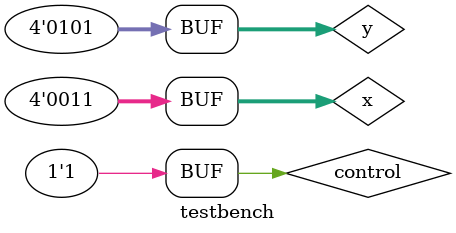
<source format=v>
`timescale 1ns/1ns
`include "bit4addsub.v"

module testbench();
reg control;
reg [3:0] x,y;
wire [3:0] s;
wire cout;
bit4addsub b(control, x, y, s, cout);
initial
begin
	$dumpfile("bit4addsub.vcd");
	$dumpvars(0,testbench);
	
	control=1'b0; x=4'b1110; y=4'b1001;
	#20;

	control=1'b0; x=4'b0011; y=4'b0101;
	#20;

	control=1'b1; x=4'b1110; y=4'b1001;
	#20;

	control=1'b1; x=4'b0011; y=4'b0101;
	#20;
	
	$display("test complete");
end
endmodule

</source>
